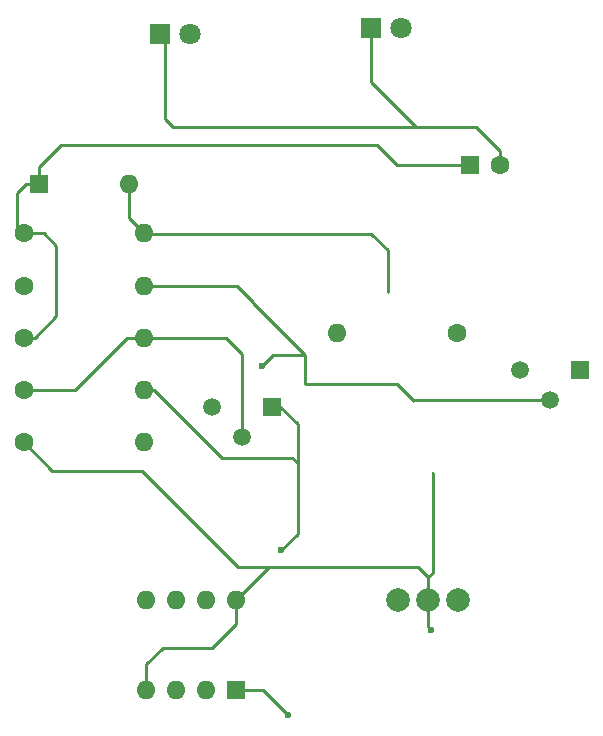
<source format=gbr>
%TF.GenerationSoftware,KiCad,Pcbnew,8.0.1*%
%TF.CreationDate,2024-04-02T10:29:12+02:00*%
%TF.ProjectId,RobiV4,526f6269-5634-42e6-9b69-6361645f7063,rev?*%
%TF.SameCoordinates,Original*%
%TF.FileFunction,Copper,L1,Top*%
%TF.FilePolarity,Positive*%
%FSLAX46Y46*%
G04 Gerber Fmt 4.6, Leading zero omitted, Abs format (unit mm)*
G04 Created by KiCad (PCBNEW 8.0.1) date 2024-04-02 10:29:12*
%MOMM*%
%LPD*%
G01*
G04 APERTURE LIST*
%TA.AperFunction,ComponentPad*%
%ADD10R,1.800000X1.800000*%
%TD*%
%TA.AperFunction,ComponentPad*%
%ADD11C,1.800000*%
%TD*%
%TA.AperFunction,ComponentPad*%
%ADD12R,1.600000X1.600000*%
%TD*%
%TA.AperFunction,ComponentPad*%
%ADD13C,1.600000*%
%TD*%
%TA.AperFunction,ComponentPad*%
%ADD14O,1.600000X1.600000*%
%TD*%
%TA.AperFunction,ComponentPad*%
%ADD15C,1.500000*%
%TD*%
%TA.AperFunction,ComponentPad*%
%ADD16R,1.500000X1.500000*%
%TD*%
%TA.AperFunction,ComponentPad*%
%ADD17C,2.000000*%
%TD*%
%TA.AperFunction,ViaPad*%
%ADD18C,0.600000*%
%TD*%
%TA.AperFunction,ViaPad*%
%ADD19C,0.300000*%
%TD*%
%TA.AperFunction,Conductor*%
%ADD20C,0.250000*%
%TD*%
G04 APERTURE END LIST*
D10*
%TO.P,D1,1,K*%
%TO.N,Net-(D1-K)*%
X123444000Y-55245000D03*
D11*
%TO.P,D1,2,A*%
%TO.N,Net-(D1-A)*%
X125984000Y-55245000D03*
%TD*%
D10*
%TO.P,D2,1,K*%
%TO.N,Net-(D1-K)*%
X141351000Y-54737000D03*
D11*
%TO.P,D2,2,A*%
%TO.N,Net-(D1-A)*%
X143891000Y-54737000D03*
%TD*%
D12*
%TO.P,C1,1*%
%TO.N,Net-(D3-K)*%
X149733000Y-66294000D03*
D13*
%TO.P,C1,2*%
%TO.N,Net-(D1-K)*%
X152233000Y-66294000D03*
%TD*%
D12*
%TO.P,D3,1,K*%
%TO.N,Net-(D3-K)*%
X113216001Y-67945000D03*
D14*
%TO.P,D3,2,A*%
%TO.N,Net-(D3-A)*%
X120836001Y-67945000D03*
%TD*%
D15*
%TO.P,T1,1,E*%
%TO.N,Net-(Q1-C)*%
X127863600Y-86766400D03*
%TO.P,T1,2,B*%
%TO.N,Net-(Q1-B)*%
X130403600Y-89306400D03*
D16*
%TO.P,T1,e,C*%
%TO.N,Net-(D1-K)*%
X132943600Y-86766400D03*
%TD*%
D15*
%TO.P,T2,1,E*%
%TO.N,Net-(Q2-C)*%
X153974800Y-83642200D03*
%TO.P,T2,2,B*%
%TO.N,Net-(Q1-C)*%
X156514800Y-86182200D03*
D16*
%TO.P,T2,3,C*%
%TO.N,Net-(D1-A)*%
X159054800Y-83642200D03*
%TD*%
D13*
%TO.P,R3,1*%
%TO.N,Net-(D3-K)*%
X111946001Y-80951400D03*
D14*
%TO.P,R3,2*%
%TO.N,Net-(Q1-B)*%
X122106001Y-80951400D03*
%TD*%
D13*
%TO.P,R4,1*%
%TO.N,Net-(Q1-B)*%
X111946001Y-85370200D03*
D14*
%TO.P,R4,2*%
%TO.N,Net-(D1-K)*%
X122106001Y-85370200D03*
%TD*%
D13*
%TO.P,R5,1*%
%TO.N,Net-(S1-E)*%
X111946001Y-76532600D03*
D14*
%TO.P,R5,2*%
%TO.N,Net-(Q1-C)*%
X122106001Y-76532600D03*
%TD*%
D13*
%TO.P,R6,1*%
%TO.N,Net-(S1-E)*%
X111946001Y-89789000D03*
D14*
%TO.P,R6,2*%
%TO.N,Net-(Q2-C)*%
X122106001Y-89789000D03*
%TD*%
D13*
%TO.P,R1on1,1*%
%TO.N,Net-(D3-K)*%
X111946001Y-72113800D03*
D14*
%TO.P,R1on1,2*%
%TO.N,Net-(D3-A)*%
X122106001Y-72113800D03*
%TD*%
D17*
%TO.P,S1,1,A*%
%TO.N,Net-(S1-A-Pad1)*%
X143637000Y-103124000D03*
%TO.P,S1,2,E*%
%TO.N,Net-(S1-E)*%
X146177000Y-103124000D03*
%TO.P,S1,3,A*%
%TO.N,unconnected-(S1-A-Pad3)*%
X148717000Y-103124000D03*
%TD*%
D12*
%TO.P,U1,1,GND*%
%TO.N,Net-(D1-K)*%
X129921000Y-110744000D03*
D14*
%TO.P,U1,2,TR*%
%TO.N,Net-(D3-K)*%
X127381000Y-110744000D03*
%TO.P,U1,3,Q*%
%TO.N,unconnected-(U1-Q-Pad3)*%
X124841000Y-110744000D03*
%TO.P,U1,4,R*%
%TO.N,Net-(S1-E)*%
X122301000Y-110744000D03*
%TO.P,U1,5,CV*%
%TO.N,unconnected-(U1-CV-Pad5)*%
X122301000Y-103124000D03*
%TO.P,U1,6,THR*%
%TO.N,Net-(D3-K)*%
X124841000Y-103124000D03*
%TO.P,U1,7,DIS*%
%TO.N,Net-(D3-A)*%
X127381000Y-103124000D03*
%TO.P,U1,8,VCC*%
%TO.N,Net-(S1-E)*%
X129921000Y-103124000D03*
%TD*%
D13*
%TO.P,R1off1,1*%
%TO.N,Net-(S1-E)*%
X148590000Y-80568800D03*
D14*
%TO.P,R1off1,2*%
%TO.N,Net-(D3-A)*%
X138430000Y-80568800D03*
%TD*%
D18*
%TO.N,Net-(D1-K)*%
X133731000Y-98933000D03*
X134315200Y-112877600D03*
D19*
%TO.N,Net-(S1-E)*%
X146558000Y-92354400D03*
D18*
X146431000Y-105664000D03*
%TO.N,Net-(Q1-C)*%
X132150000Y-83310000D03*
%TD*%
D20*
%TO.N,Net-(D3-K)*%
X112141000Y-67945000D02*
X111379000Y-68707000D01*
X113216001Y-67945000D02*
X112141000Y-67945000D01*
X113216001Y-66488999D02*
X113216001Y-67945000D01*
X114681000Y-73152000D02*
X114681000Y-79121000D01*
X115062000Y-64643000D02*
X113216001Y-66488999D01*
X113642800Y-72113800D02*
X114681000Y-73152000D01*
X112850600Y-80951400D02*
X111946001Y-80951400D01*
X114681000Y-79121000D02*
X112850600Y-80951400D01*
X143510000Y-66294000D02*
X141859000Y-64643000D01*
X111379000Y-71546799D02*
X111946001Y-72113800D01*
X111379000Y-68707000D02*
X111379000Y-71546799D01*
X141859000Y-64643000D02*
X115062000Y-64643000D01*
X149733000Y-66294000D02*
X143510000Y-66294000D01*
X111946001Y-72113800D02*
X113642800Y-72113800D01*
%TO.N,Net-(D1-K)*%
X124587000Y-63119000D02*
X147066000Y-63119000D01*
X133652400Y-86766400D02*
X132943600Y-86766400D01*
X141351000Y-54737000D02*
X141351000Y-59309000D01*
X128700000Y-91110000D02*
X134648000Y-91110000D01*
X123868726Y-62400726D02*
X124587000Y-63119000D01*
X152233000Y-65111000D02*
X152233000Y-66294000D01*
X132181600Y-110744000D02*
X129921000Y-110744000D01*
X130175000Y-110998000D02*
X129921000Y-110744000D01*
X123444000Y-55245000D02*
X123868726Y-55669726D01*
X145161000Y-63119000D02*
X147066000Y-63119000D01*
X135128000Y-97536000D02*
X135128000Y-91590000D01*
X135128000Y-88242000D02*
X133652400Y-86766400D01*
X123868726Y-55669726D02*
X123868726Y-62400726D01*
X122960200Y-85370200D02*
X128700000Y-91110000D01*
X122106001Y-85370200D02*
X122960200Y-85370200D01*
X147066000Y-63119000D02*
X150241000Y-63119000D01*
X141351000Y-59309000D02*
X145161000Y-63119000D01*
X135128000Y-91590000D02*
X135128000Y-88242000D01*
X133731000Y-98933000D02*
X135128000Y-97536000D01*
X134315200Y-112877600D02*
X132181600Y-110744000D01*
X150241000Y-63119000D02*
X152233000Y-65111000D01*
X134648000Y-91110000D02*
X135128000Y-91590000D01*
%TO.N,Net-(D3-A)*%
X142748000Y-77089000D02*
X142748000Y-73533000D01*
X122128201Y-72136000D02*
X122106001Y-72113800D01*
X142748000Y-73533000D02*
X141351000Y-72136000D01*
X120836001Y-67945000D02*
X120836001Y-70843800D01*
X120836001Y-70843800D02*
X122106001Y-72113800D01*
X141351000Y-72136000D02*
X122128201Y-72136000D01*
%TO.N,Net-(S1-E)*%
X129921000Y-103124000D02*
X132715000Y-100330000D01*
X114359001Y-92202000D02*
X121920000Y-92202000D01*
X132715000Y-100330000D02*
X133223000Y-100330000D01*
X127889000Y-107188000D02*
X123698000Y-107188000D01*
X146558000Y-100838000D02*
X146177000Y-101219000D01*
X129921000Y-105156000D02*
X127889000Y-107188000D01*
X130048000Y-100330000D02*
X133223000Y-100330000D01*
X146177000Y-101219000D02*
X146177000Y-103124000D01*
X146177000Y-105410000D02*
X146431000Y-105664000D01*
X146177000Y-103124000D02*
X146177000Y-105410000D01*
X133223000Y-100330000D02*
X145288000Y-100330000D01*
X111946001Y-89789000D02*
X114359001Y-92202000D01*
X146558000Y-92354400D02*
X146558000Y-100838000D01*
X121920000Y-92202000D02*
X130048000Y-100330000D01*
X129921000Y-103124000D02*
X129921000Y-105156000D01*
X145288000Y-100330000D02*
X146177000Y-101219000D01*
X122301000Y-108585000D02*
X122301000Y-110744000D01*
X123698000Y-107188000D02*
X122301000Y-108585000D01*
%TO.N,Net-(Q1-B)*%
X120673800Y-80951400D02*
X116255000Y-85370200D01*
X122106001Y-80951400D02*
X120673800Y-80951400D01*
X130403600Y-89306400D02*
X130403600Y-82296000D01*
X122106001Y-80951400D02*
X129059000Y-80951400D01*
X116255000Y-85370200D02*
X111946001Y-85370200D01*
X130403600Y-82296000D02*
X129059000Y-80951400D01*
%TO.N,Net-(Q1-C)*%
X144830800Y-86106000D02*
X143560800Y-84836000D01*
X135788400Y-82397600D02*
X133062400Y-82397600D01*
X133062400Y-82397600D02*
X132150000Y-83310000D01*
X156514800Y-86182200D02*
X144907000Y-86182200D01*
X135788400Y-84836000D02*
X135788400Y-82397600D01*
X144932400Y-86258400D02*
X144932400Y-86207600D01*
X129999600Y-76532600D02*
X131391000Y-77924000D01*
X131391000Y-77924000D02*
X131391000Y-78000200D01*
X122106001Y-76532600D02*
X129999600Y-76532600D01*
X131391000Y-78000200D02*
X135788400Y-82397600D01*
X144907000Y-86182200D02*
X144830800Y-86106000D01*
X143560800Y-84836000D02*
X135788400Y-84836000D01*
X144932400Y-86207600D02*
X144830800Y-86106000D01*
%TD*%
M02*

</source>
